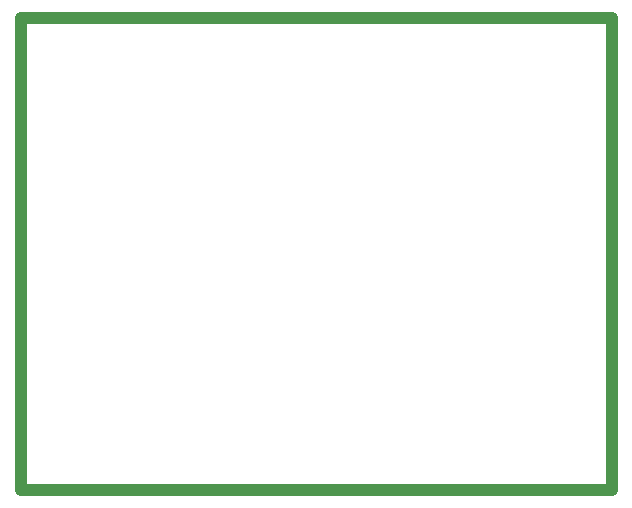
<source format=gko>
G04*
G04 #@! TF.GenerationSoftware,Altium Limited,Altium Designer,24.9.1 (31)*
G04*
G04 Layer_Color=16711935*
%FSTAX25Y25*%
%MOIN*%
G70*
G04*
G04 #@! TF.SameCoordinates,80357BE8-FB89-4C24-BB12-38274DCAA4D6*
G04*
G04*
G04 #@! TF.FilePolarity,Positive*
G04*
G01*
G75*
%ADD25C,0.03937*%
D25*
X02765Y0181D02*
X0473351D01*
X02765Y0338481D02*
X0473351D01*
Y0181D02*
Y0338481D01*
X02765Y0181D02*
Y0338481D01*
M02*

</source>
